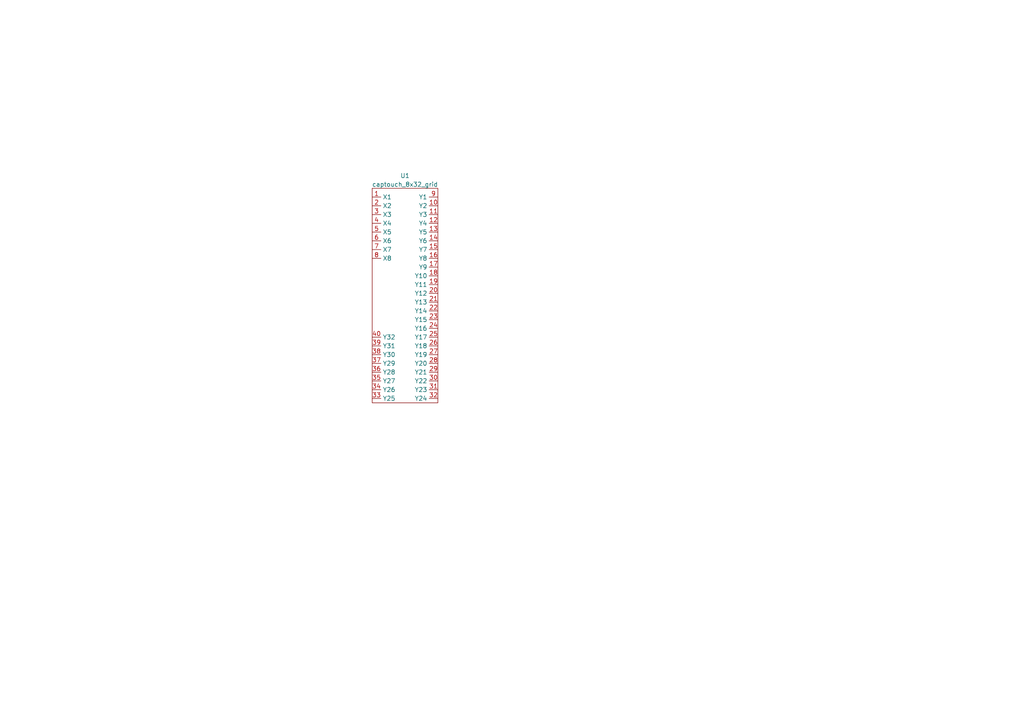
<source format=kicad_sch>
(kicad_sch (version 20211123) (generator eeschema)
  (paper "A4")
  (lib_symbols
    (symbol "asmr-kicad:captouch_8x32_grid"
      (property "Reference" "U" (at 5.08 2.54 0))
      (property "Value" "captouch_8x32_grid" (at 5.08 5.08 0))
      (symbol "captouch_8x32_grid_0_1"
        (rectangle (start -3.81 0) (end 15.24 -62.23) (stroke (width 0.1524)))
      )
      (symbol "captouch_8x32_grid_1_1"
        (pin input line (at -3.81 -2.54 0) (length 2.54) (name "X1") (number "1"))
        (pin input line (at 15.24 -5.08 180) (length 2.54) (name "Y2") (number "10"))
        (pin input line (at 15.24 -7.62 180) (length 2.54) (name "Y3") (number "11"))
        (pin input line (at 15.24 -10.16 180) (length 2.54) (name "Y4") (number "12"))
        (pin input line (at 15.24 -12.7 180) (length 2.54) (name "Y5") (number "13"))
        (pin input line (at 15.24 -15.24 180) (length 2.54) (name "Y6") (number "14"))
        (pin input line (at 15.24 -17.78 180) (length 2.54) (name "Y7") (number "15"))
        (pin input line (at 15.24 -20.32 180) (length 2.54) (name "Y8") (number "16"))
        (pin input line (at 15.24 -22.86 180) (length 2.54) (name "Y9") (number "17"))
        (pin input line (at 15.24 -25.4 180) (length 2.54) (name "Y10") (number "18"))
        (pin input line (at 15.24 -27.94 180) (length 2.54) (name "Y11") (number "19"))
        (pin input line (at -3.81 -5.08 0) (length 2.54) (name "X2") (number "2"))
        (pin input line (at 15.24 -30.48 180) (length 2.54) (name "Y12") (number "20"))
        (pin input line (at 15.24 -33.02 180) (length 2.54) (name "Y13") (number "21"))
        (pin input line (at 15.24 -35.56 180) (length 2.54) (name "Y14") (number "22"))
        (pin input line (at 15.24 -38.1 180) (length 2.54) (name "Y15") (number "23"))
        (pin input line (at 15.24 -40.64 180) (length 2.54) (name "Y16") (number "24"))
        (pin input line (at 15.24 -43.18 180) (length 2.54) (name "Y17") (number "25"))
        (pin input line (at 15.24 -45.72 180) (length 2.54) (name "Y18") (number "26"))
        (pin input line (at 15.24 -48.26 180) (length 2.54) (name "Y19") (number "27"))
        (pin input line (at 15.24 -50.8 180) (length 2.54) (name "Y20") (number "28"))
        (pin input line (at 15.24 -53.34 180) (length 2.54) (name "Y21") (number "29"))
        (pin input line (at -3.81 -7.62 0) (length 2.54) (name "X3") (number "3"))
        (pin input line (at 15.24 -55.88 180) (length 2.54) (name "Y22") (number "30"))
        (pin input line (at 15.24 -58.42 180) (length 2.54) (name "Y23") (number "31"))
        (pin input line (at 15.24 -60.96 180) (length 2.54) (name "Y24") (number "32"))
        (pin input line (at -3.81 -60.96 0) (length 2.54) (name "Y25") (number "33"))
        (pin input line (at -3.81 -58.42 0) (length 2.54) (name "Y26") (number "34"))
        (pin input line (at -3.81 -55.88 0) (length 2.54) (name "Y27") (number "35"))
        (pin input line (at -3.81 -53.34 0) (length 2.54) (name "Y28") (number "36"))
        (pin input line (at -3.81 -50.8 0) (length 2.54) (name "Y29") (number "37"))
        (pin input line (at -3.81 -48.26 0) (length 2.54) (name "Y30") (number "38"))
        (pin input line (at -3.81 -45.72 0) (length 2.54) (name "Y31") (number "39"))
        (pin input line (at -3.81 -10.16 0) (length 2.54) (name "X4") (number "4"))
        (pin input line (at -3.81 -43.18 0) (length 2.54) (name "Y32") (number "40"))
        (pin input line (at -3.81 -12.7 0) (length 2.54) (name "X5") (number "5"))
        (pin input line (at -3.81 -15.24 0) (length 2.54) (name "X6") (number "6"))
        (pin input line (at -3.81 -17.78 0) (length 2.54) (name "X7") (number "7"))
        (pin input line (at -3.81 -20.32 0) (length 2.54) (name "X8") (number "8"))
        (pin input line (at 15.24 -2.54 180) (length 2.54) (name "Y1") (number "9"))
      )
    )
  )
  (symbol (lib_id "asmr-kicad:captouch_8x32_grid") (at 111.76 54.61 0) (unit 1)
    (property "Reference" "U1" (at 117.475 50.961 0))
    (property "Value" "captouch_8x32_grid" (at 117.475 53.4979 0))
    (property "Footprint" "ASMR_footprints:captouch_grid_4x16" (effects hide))
  )
)
</source>
